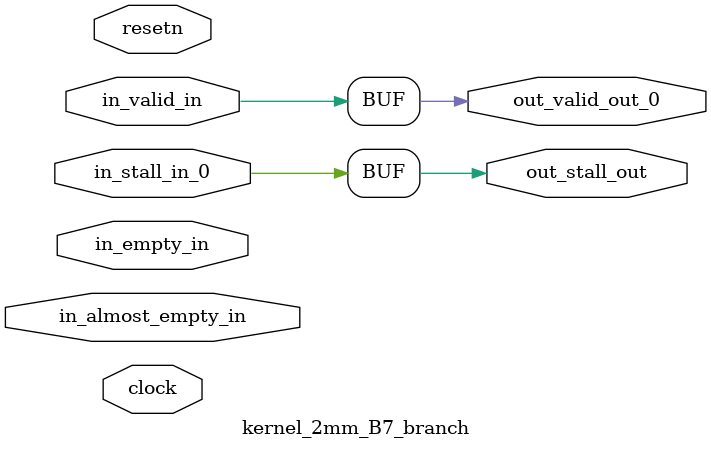
<source format=sv>



(* altera_attribute = "-name AUTO_SHIFT_REGISTER_RECOGNITION OFF; -name MESSAGE_DISABLE 10036; -name MESSAGE_DISABLE 10037; -name MESSAGE_DISABLE 14130; -name MESSAGE_DISABLE 14320; -name MESSAGE_DISABLE 15400; -name MESSAGE_DISABLE 14130; -name MESSAGE_DISABLE 10036; -name MESSAGE_DISABLE 12020; -name MESSAGE_DISABLE 12030; -name MESSAGE_DISABLE 12010; -name MESSAGE_DISABLE 12110; -name MESSAGE_DISABLE 14320; -name MESSAGE_DISABLE 13410; -name MESSAGE_DISABLE 113007; -name MESSAGE_DISABLE 10958" *)
module kernel_2mm_B7_branch (
    input wire [0:0] in_almost_empty_in,
    input wire [0:0] in_empty_in,
    input wire [0:0] in_stall_in_0,
    input wire [0:0] in_valid_in,
    output wire [0:0] out_stall_out,
    output wire [0:0] out_valid_out_0,
    input wire clock,
    input wire resetn
    );

    reg [0:0] rst_sync_rst_sclrn;


    // out_stall_out(GPOUT,6)
    assign out_stall_out = in_stall_in_0;

    // out_valid_out_0(GPOUT,7)
    assign out_valid_out_0 = in_valid_in;

    // rst_sync(RESETSYNC,8)
    acl_reset_handler #(
        .ASYNC_RESET(0),
        .USE_SYNCHRONIZER(1),
        .PULSE_EXTENSION(0),
        .PIPE_DEPTH(3),
        .DUPLICATE(1)
    ) therst_sync (
        .clk(clock),
        .i_resetn(resetn),
        .o_sclrn(rst_sync_rst_sclrn)
    );

endmodule

</source>
